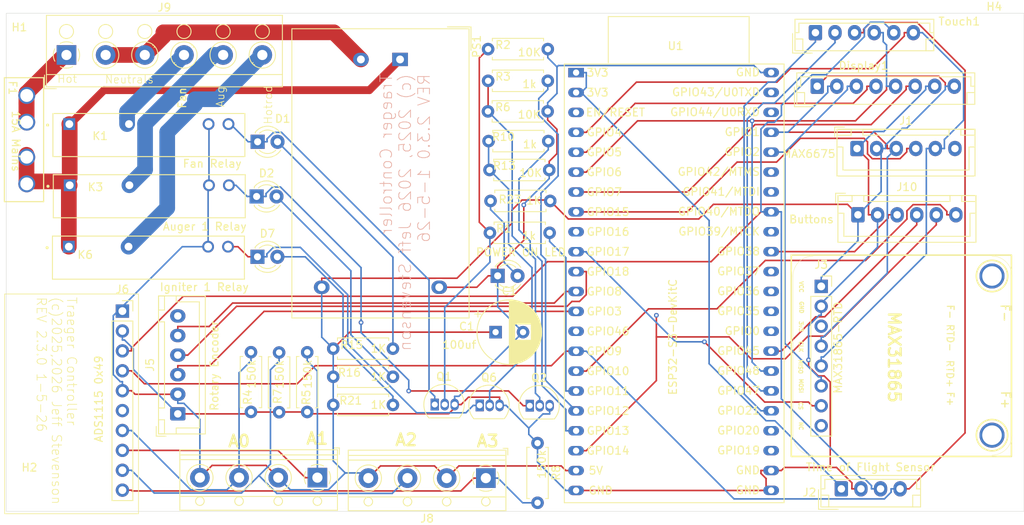
<source format=kicad_pcb>
(kicad_pcb (version 20240108) (generator "pcbnew") (generator_version "8.0")
  (layers (0 "F.Cu" signal) (31 "B.Cu" signal) (34 "B.Paste" user) (35 "F.Paste" user) (36 "B.SilkS" user "B.Silkscreen") (37 "F.SilkS" user "F.Silkscreen") (38 "B.Mask" user) (39 "F.Mask" user) (44 "Edge.Cuts" user))
  (net 0 "")
  (net 1 "PWR")
  (net 2 "FAN")
  (net 3 "GND")
  (net 4 "Net-(D1-K)")
  (net 5 "Net-(Q1-B)")
  (net 6 "Net-(D1-A)")
  (net 7 "Net-(Q2-B)")
  (net 8 "Net-(D2-A)")
  (net 9 "ADC1_A3")
  (net 10 "Net-(D2-K)")
  (net 11 "ADC1_A1")
  (net 13 "ADC1_A2")
  (net 14 "ADC1_A0")
  (net 15 "Net-(Q6-B)")
  (net 16 "AUG1")
  (net 17 "IGN1")
  (net 18 "R_AUG1")
  (net 19 "R_IGN1")
  (net 20 "Touch_T_IRQ")
  (net 21 "MOSI_SDI")
  (net 22 "CS_MAX6675")
  (net 23 "MISO_SDO")
  (net 25 "3V3")
  (net 26 "TEMP DOWN")
  (net 27 "POWER SW")
  (net 28 "SMOKE SW")
  (net 29 "TEMP UP")
  (net 31 "R_FANS")
  (net 32 "SDA")
  (net 33 "SCL")
  (net 34 "Touch_T_CS")
  (net 35 "Disp_SCK+Touch_CLK")
  (net 36 "Disp_D{slash}C")
  (net 37 "Disp_CS")
  (net 38 "Disp_RESET")
  (net 39 "MAX31865_CS")
  (net 41 "VCC")
  (net 42 "Net-(J9-Pin_1)")
  (net 45 "PWR-N")
  (net 47 "Net-(D7-K)")
  (net 48 "Net-(D7-A)")
  (net 56 "Rotarty - SW")
  (net 57 "Rotary pin_b")
  (net 58 "Rotary pin_a")
  (net 59 "Net-(D9-A)")
  (footprint "Resistor_THT:R_Axial_DIN0207_L6.3mm_D2.5mm_P7.62mm_Horizontal" (layer "F.Cu") (at 171.68 63.69)
    (property "Reference" "R6")
    (property "Value" "10K")
  )
  (footprint "MountingHole:MountingHole_3.2mm_M3" (layer "F.Cu") (at 113.12 111.64)
    (property "Reference" "H2")
    (property "Value" "MH")
  )
  (footprint "Fuse:Fuse Block 3544-2_KEYSTONE" (layer "F.Cu") (at 112.81 61.658 -90)
    (property "Reference" "F1")
    (property "Value" "15A Mains")
  )
  (footprint "LED_THT:LED_D3.0mm" (layer "F.Cu") (at 142.26 82.25)
    (property "Reference" "D7")
    (property "Value" "LED")
  )
  (footprint "LED_THT:LED_D3.0mm" (layer "F.Cu") (at 142.28 67.57)
    (property "Reference" "D1")
    (property "Value" "LED")
  )
  (footprint "Resistor_THT:R_Axial_DIN0207_L6.3mm_D2.5mm_P7.62mm_Horizontal" (layer "F.Cu") (at 179.63 75.12 180)
    (property "Reference" "R23")
    (property "Value" "1K")
  )
  (footprint "TerminalBlock_RND:TerminalBlock_RND_205-00014_1x04_P5.00mm_Horizontal" (layer "F.Cu") (at 149.91 110.44 180)
    (property "Reference" "J7" (hide yes))
    (property "Value" "Temp Sensors")
  )
  (footprint "PCM_Espressif:ESP32-S3-DevKitC" (layer "F.Cu") (at 182.93 58.74)
    (property "Reference" "U1")
    (property "Value" "ESP32-S3-DevKitC")
  )
  (footprint "Resistor_THT:R_Axial_DIN0207_L6.3mm_D2.5mm_P7.62mm_Horizontal" (layer "F.Cu") (at 151.93 97.565)
    (property "Reference" "R16")
    (property "Value" "1K")
  )
  (footprint "Connector_JST:JST_XH_B6B-XH-A_1x06_P2.50mm_Vertical" (layer "F.Cu") (at 132.09 102.3 90)
    (property "Reference" "J5")
    (property "Value" "Rotary Encoder")
  )
  (footprint "Connector_JST:JST_XH_B6B-XH-A_1x06_P2.50mm_Vertical" (layer "F.Cu") (at 218.79 68.43)
    (property "Reference" "J1")
    (property "Value" "MAX6675")
  )
  (footprint "Connector_PinSocket_2.54mm:PinSocket_1x10_P2.54mm_Vertical" (layer "F.Cu") (at 125.02 89.18)
    (property "Reference" "J6")
    (property "Value" "ADS1115 0x49")
  )
  (footprint "Relay_THT:RELAY_G3MB-202PDC5" (layer "F.Cu") (at 128.34 82.36)
    (property "Reference" "K6")
    (property "Value" "Igniter 1 Relay")
  )
  (footprint "MOUNTINGHOLE_2.5_PLATED" (layer "F.Cu") (at 236.02 105.0201 -90)
    (property "Reference" "U$19" (hide yes))
    (property "Value" "MOUNTINGHOLE2.5" (hide yes))
  )
  (footprint "Resistor_THT:R_Axial_DIN0207_L6.3mm_D2.5mm_P7.62mm_Horizontal" (layer "F.Cu") (at 141.43 102.05 90)
    (property "Reference" "R4" (hide yes))
    (property "Value" "150k")
  )
  (footprint "Resistor_THT:R_Axial_DIN0207_L6.3mm_D2.5mm_P7.62mm_Horizontal" (layer "F.Cu") (at 145.02 102.09 90)
    (property "Reference" "R7" (hide yes))
    (property "Value" "150k")
  )
  (footprint "Package_TO_SOT_THT:TO-92L_Inline" (layer "F.Cu") (at 170.627 101.22)
    (property "Reference" "Q6")
    (property "Value" "BC547")
  )
  (footprint "TerminalBlock_RND:TerminalBlock_RND_205-00005_1x06_P5.00mm_Horizontal" (layer "F.Cu") (at 117.88 56.49)
    (property "Reference" "J9")
    (property "Value" "Conn_01x06_Socket")
  )
  (footprint "MOUNTINGHOLE_2.5_PLATED" (layer "F.Cu") (at 236.02 84.7001 -90)
    (property "Reference" "U$18" (hide yes))
    (property "Value" "MOUNTINGHOLE2.5" (hide yes))
  )
  (footprint "Relay_THT:RELAY_G3MB-202PDC5" (layer "F.Cu") (at 128.45 74.52)
    (property "Reference" "K3")
    (property "Value" "Auger 1 Relay")
  )
  (footprint "Relay_THT:RELAY_G3MB-202PDC5" (layer "F.Cu") (at 128.4 66.71)
    (property "Reference" "K1")
    (property "Value" "Fan Relay")
  )
  (footprint "TerminalBlock_RND:TerminalBlock_RND_205-00014_1x04_P5.00mm_Horizontal" (layer "F.Cu") (at 171.41 110.5 180)
    (property "Reference" "J8")
    (property "Value" "Temp Sensors")
  )
  (footprint "Resistor_THT:R_Axial_DIN0207_L6.3mm_D2.5mm_P7.62mm_Horizontal" (layer "F.Cu") (at 171.7 55.74)
    (property "Reference" "R2")
    (property "Value" "10K")
  )
  (footprint "Connector_JST:JST_EH_B6B-EH-A_1x06_P2.50mm_Vertical" (layer "F.Cu") (at 213.48 53.64)
    (property "Reference" "Touch1")
    (property "Value" "Conn_01x06_Socket" (hide yes))
  )
  (footprint "LED_THT:LED_D3.0mm" (layer "F.Cu") (at 142.15 74.55)
    (property "Reference" "D2")
    (property "Value" "LED")
  )
  (footprint "Resistor_THT:R_Axial_DIN0207_L6.3mm_D2.5mm_P7.62mm_Horizontal" (layer "F.Cu") (at 151.93 101.155)
    (property "Reference" "R21")
    (property "Value" "1K")
  )
  (footprint "Resistor_THT:R_Axial_DIN0207_L6.3mm_D2.5mm_P7.62mm_Horizontal" (layer "F.Cu") (at 171.7 59.79)
    (property "Reference" "R3")
    (property "Value" "1k")
  )
  (footprint "Package_TO_SOT_THT:TO-92L_Inline" (layer "F.Cu") (at 177.017 101.26)
    (property "Reference" "Q2")
    (property "Value" "BC547")
  )
  (footprint "Connector_PinSocket_2.54mm:PinSocket_1x08_P2.54mm_Vertical" (layer "F.Cu") (at 214.22 86.03)
    (property "Reference" "J3")
    (property "Value" "MAX31865-RTD")
  )
  (footprint "Converter_ACDC:Converter_ACDC_Hi-Link_HLK-PMxx" (layer "F.Cu") (at 160.46 57.06 -90)
    (property "Reference" "PS1")
    (property "Value" "HLK-PM01" (hide yes))
  )
  (footprint "Package_TO_SOT_THT:TO-92L_Inline" (layer "F.Cu") (at 164.887 101.11)
    (property "Reference" "Q1")
    (property "Value" "BC547")
  )
  (footprint "Resistor_THT:R_Axial_DIN0207_L6.3mm_D2.5mm_P7.62mm_Horizontal" (layer "F.Cu") (at 178.01 106.03 -90)
    (property "Reference" "R8")
    (property "Value" "150k")
  )
  (footprint "MountingHole:MountingHole_3.2mm_M3" (layer "F.Cu") (at 112.87 55.05)
    (property "Reference" "H1")
    (property "Value" "MH")
  )
  (footprint "LED_THT:LED_D3.0mm" (layer "F.Cu") (at 172.92 84.68)
    (property "Reference" "D9" (hide yes))
    (property "Value" "POWER ON LED")
  )
  (footprint "Resistor_THT:R_Axial_DIN0207_L6.3mm_D2.5mm_P7.62mm_Horizontal" (layer "F.Cu") (at 171.76 67.48)
    (property "Reference" "R10")
    (property "Value" "1k")
  )
  (footprint "Resistor_THT:R_Axial_DIN0207_L6.3mm_D2.5mm_P7.62mm_Horizontal" (layer "F.Cu") (at 171.88 71.17)
    (property "Reference" "R13")
    (property "Value" "10K")
  )
  (footprint "Connector_JST:JST_EH_B8B-EH-A_1x08_P2.50mm_Vertical" (layer "F.Cu") (at 213.71 60.48)
    (property "Reference" "Display1")
    (property "Value" "Conn_01x08_Socket" (hide yes))
  )
  (footprint "Connector_JST:JST_EH_B4B-EH-A_1x04_P2.50mm_Vertical" (layer "F.Cu") (at 216.79 111.87)
    (property "Reference" "J2")
    (property "Value" "Time of Flight Sensor")
  )
  (footprint "Resistor_THT:R_Axial_DIN0207_L6.3mm_D2.5mm_P7.62mm_Horizontal" (layer "F.Cu") (at 151.93 93.975)
    (property "Reference" "R15")
    (property "Value" "1K")
  )
  (footprint "MountingHole:MountingHole_3.2mm_M3" (layer "F.Cu") (at 236.31 54.52)
    (property "Reference" "H4")
    (property "Value" "MH")
  )
  (footprint "MountingHole:MountingHole_3.2mm_M3" (layer "F.Cu") (at 236.64 111.53)
    (property "Reference" "H3" (hide yes))
    (property "Value" "MH" (hide yes))
  )
  (footprint "Resistor_THT:R_Axial_DIN0207_L6.3mm_D2.5mm_P7.62mm_Horizontal" (layer "F.Cu") (at 171.93 79.19)
    (property "Reference" "R1")
    (property "Value" "1k")
  )
  (footprint "Resistor_THT:R_Axial_DIN0207_L6.3mm_D2.5mm_P7.62mm_Horizontal" (layer "F.Cu") (at 148.61 102.06 90)
    (property "Reference" "R5" (hide yes))
    (property "Value" "150k")
  )
  (footprint "Connector_JST:JST_XH_B6B-XH-A_1x06_P2.50mm_Vertical" (layer "F.Cu") (at 218.91 76.89)
    (property "Reference" "J10")
    (property "Value" "Buttons")
  )
  (footprint "Capacitor_THT:CP_Radial_D8.0mm_P3.50mm" (layer "F.Cu") (at 172.6573 91.87)
    (property "Reference" "C1")
    (property "Value" "100uf")
  )
  (gr_rect (start 109.99 87) (end 127.07288 115.04288) (stroke (width 0.1)) (fill none) (layer "F.SilkS"))
  (gr_arc (start 238.560102 105.020102) (mid 237.816094 106.816094) (end 236.020102 107.560102) (stroke (width 0.05)) (layer "F.SilkS"))
  (gr_rect (start 210.399051 82.036153) (end 238.499051 107.736153) (stroke (width 0.2)) (fill none) (layer "F.SilkS"))
  (gr_arc (start 213.160102 107.560102) (mid 211.364019 106.816183) (end 210.620102 105.020102) (stroke (width 0.05)) (layer "F.SilkS"))
  (gr_arc (start 236.020102 82.160102) (mid 237.816122 82.904081) (end 238.560102 84.700102) (stroke (width 0.05)) (layer "F.SilkS"))
  (gr_line (start 210.620102 84.700102) (end 210.620102 105.020102) (stroke (width 0.05)) (layer "F.SilkS"))
  (gr_arc (start 210.620102 84.700102) (mid 211.364021 82.904021) (end 213.160102 82.160102) (stroke (width 0.05)) (layer "F.SilkS"))
  (gr_line (start 238.560102 105.020102) (end 238.560102 84.700102) (stroke (width 0.05)) (layer "F.SilkS"))
  (gr_rect (start 110.2 51.16) (end 240.1 114.75) (stroke (width 0.05)) (fill none) (layer "Edge.Cuts"))
  (gr_text "Traeger Controller\n(c) 2025, 2026 Jeff Stevenson\nREV 2.3.0 1-5-26" (at 164.4 58.82 90) (layer "B.SilkS") (effects (font (size 1.5 1.5) (thickness 0.1)) (justify left bottom mirror)))
  (gr_text "A2" (at 159.69 106.49 0) (layer "F.SilkS") (effects (font (size 1.5 1.5) (thickness 0.3) (bold yes)) (justify left bottom)))
  (gr_text "Neutrals" (at 122.72 60.2 0) (layer "F.SilkS") (effects (font (size 1 1) (thickness 0.1)) (justify left bottom)))
  (gr_text "3v3" (at 211.65 91.14 -90) (layer "F.SilkS") (effects (font (size 0.5 0.5) (thickness 0.125))))
  (gr_text "RTD+" (at 230.659051 97.186153 -90) (layer "F.SilkS") (effects (font (size 0.87376 0.87376) (thickness 0.14224))))
  (gr_text "Hotrod" (at 144.21 65.41 90) (layer "F.SilkS") (effects (font (size 1 1) (thickness 0.1)) (justify left bottom)))
  (gr_text "CLK" (at 211.636102 93.717102 -90) (layer "F.SilkS") (effects (font (size 0.5 0.5) (thickness 0.125))))
  (gr_text "RTD-" (at 230.689051 92.596153 -90) (layer "F.SilkS") (effects (font (size 0.87376 0.87376) (thickness 0.14224))))
  (gr_text "Aug" (at 138.11 63.22 90) (layer "F.SilkS") (effects (font (size 1 1) (thickness 0.1)) (justify left bottom)))
  (gr_text "MAX31865" (at 222.663702 89.069002 -90) (layer "F.SilkS") (effects (font (size 1.5 1.5) (thickness 0.3) (bold yes)) (justify left bottom)))
  (gr_text "NC" (at 211.643702 103.859002 -90) (layer "F.SilkS") (effects (font (size 0.5 0.5) (thickness 0.125))))
  (gr_text "Traeger Controller\n(c)2025,2026 Jeff Stevenson\nREV 2.3.0 1-5-26" (at 113.98 87.3 270) (layer "F.SilkS") (effects (font (size 1.2 1.2) (thickness 0.1)) (justify left bottom)))
  (gr_text "Hot" (at 116.64 60.12 0) (layer "F.SilkS") (effects (font (size 1 1) (thickness 0.1)) (justify left bottom)))
  (gr_text "CS" (at 211.593702 101.289002 -90) (layer "F.SilkS") (effects (font (size 0.5 0.5) (thickness 0.125))))
  (gr_text "F-" (at 230.709051 89.276153 -90) (layer "F.SilkS") (effects (font (size 0.8636 0.8636) (thickness 0.1524))))
  (gr_text "MOSI" (at 211.643702 98.729002 -90) (layer "F.SilkS") (effects (font (size 0.5 0.5) (thickness 0.125))))
  (gr_text "VCC" (at 211.673702 86.089002 -90) (layer "F.SilkS") (effects (font (size 0.5 0.5) (thickness 0.125))))
  (gr_text "F+" (at 237.743702 100.529002 -90) (layer "F.SilkS") (effects (font (size 1.0922 1.0922) (thickness 0.1778))))
  (gr_text "Fan" (at 133.24 63.41 90) (layer "F.SilkS") (effects (font (size 1 1)) (justify left bottom)))
  (gr_text "F+" (at 230.709051 100.396153 -90) (layer "F.SilkS") (effects (font (size 0.8636 0.8636) (thickness 0.1524))))
  (gr_text "A0" (at 138.36 106.66 0) (layer "F.SilkS") (effects (font (size 1.5 1.5) (thickness 0.3) (bold yes)) (justify left bottom)))
  (gr_text "MISO" (at 211.583702 96.279002 -90) (layer "F.SilkS") (effects (font (size 0.5 0.5) (thickness 0.125) (bold yes))))
  (gr_text "A1" (at 148.33 106.32 0) (layer "F.SilkS") (effects (font (size 1.5 1.5) (thickness 0.3) (bold yes)) (justify left bottom)))
  (gr_text "F-" (at 237.683702 89.439002 -90) (layer "F.SilkS") (effects (font (size 1.0922 1.0922) (thickness 0.1778))))
  (gr_text "GND" (at 211.7 88.71 -90) (layer "F.SilkS") (effects (font (size 0.5 0.5) (thickness 0.125))))
  (gr_text "A3" (at 170.09 106.65 0) (layer "F.SilkS") (effects (font (size 1.5 1.5) (thickness 0.3) (bold yes)) (justify left bottom)))
  (segment (start 122.67 60.98) (end 118.29 65.36) (width 1) (layer "F.Cu") (net 1))
  (segment (start 118.18 73.23) (end 118.29 73.12) (width 2) (layer "F.Cu") (net 1))
  (segment (start 160.46 57.06) (end 156.54 60.98) (width 1) (layer "F.Cu") (net 1))
  (segment (start 118.29 65.36) (end 118.29 72.144) (width 2) (layer "F.Cu") (net 1))
  (segment (start 113.118 72.632) (end 112.81 72.94) (width 0.2) (layer "F.Cu") (net 1))
  (segment (start 112.81 70.899) (end 112.81 69.534) (width 0.2) (layer "F.Cu") (net 1))
  (segment (start 117.802 72.632) (end 118.29 73.12) (width 0.2) (layer "F.Cu") (net 1))
  (segment (start 112.78 72.632) (end 117.802 72.632) (width 2) (layer "F.Cu") (net 1))
  (segment (start 118.18 80.96) (end 118.18 73.23) (width 2) (layer "F.Cu") (net 1))
  (segment (start 118.29 65.36) (end 118.24 65.31) (width 2) (layer "F.Cu") (net 1))
  (segment (start 112.78 69.226) (end 112.78 72.632) (width 2) (layer "F.Cu") (net 1))
  (segment (start 112.78 70.929) (end 112.81 70.899) (width 0.2) (layer "F.Cu") (net 1))
  (segment (start 118.29 72.144) (end 117.802 72.632) (width 2) (layer "F.Cu") (net 1))
  (segment (start 156.54 60.98) (end 122.67 60.98) (width 1) (layer "F.Cu") (net 1))
  (segment (start 125.614 64.533) (end 125.86 64.779) (width 0.2) (layer "B.Cu") (net 2))
  (segment (start 132.88 56.49) (end 125.614 63.756) (width 2) (layer "B.Cu") (net 2))
  (segment (start 125.86 64.779) (end 125.86 65.31) (width 0.2) (layer "B.Cu") (net 2))
  (segment (start 125.614 64.533) (end 125.614 65.31) (width 2) (layer "B.Cu") (net 2))
  (segment (start 125.614 63.756) (end 125.614 64.533) (width 2) (layer "B.Cu") (net 2))
  (segment (start 218.1383 111.87) (end 218.1383 111.1026) (width 0.2) (layer "F.Cu") (net 3))
  (segment (start 215.3725 109.1383) (end 215.3725 98.2295) (width 0.2) (layer "F.Cu") (net 3))
  (segment (start 179.5 71.17) (end 179.5 70.0683) (width 0.2) (layer "F.Cu") (net 3))
  (segment (start 179.3 63.69) (end 179.3 64.7917) (width 0.2) (layer "F.Cu") (net 3))
  (segment (start 215.3725 98.2295) (end 214.603 97.46) (width 0.2) (layer "F.Cu") (net 3))
  (segment (start 207.83 112.07) (end 207.1792 112.07) (width 0.2) (layer "F.Cu") (net 3))
  (segment (start 176.254 75.6353) (end 176.254 80.1443) (width 0.2) (layer "F.Cu") (net 3))
  (segment (start 213.8364 97.46) (end 212.607 96.2306) (width 0.2) (layer "F.Cu") (net 3))
  (segment (start 214.603 97.46) (end 213.8364 97.46) (width 0.2) (layer "F.Cu") (net 3))
  (segment (start 182.9263 112.0773) (end 206.521 112.0773) (width 0.2) (layer "F.Cu") (net 3))
  (segment (start 207.83 109.53) (end 206.5283 109.53) (width 0.2) (layer "F.Cu") (net 3))
  (segment (start 167.8404 101.11) (end 166.6665 102.2839) (width 0.2) (layer "F.Cu") (net 3))
  (segment (start 145.02 102.0675) (end 141.4475 102.0675) (width 0.2) (layer "F.Cu") (net 3))
  (segment (start 176.254 80.1443) (end 172.92 83.4783) (width 0.2) (layer "F.Cu") (net 3))
  (segment (start 167.8404 101.11) (end 168.2537 101.11) (width 0.2) (layer "F.Cu") (net 3))
  (segment (start 172.92 84.68) (end 171.7183 84.68) (width 0.2) (layer "F.Cu") (net 3))
  (segment (start 170.2583 86.14) (end 171.7183 84.68) (width 0.2) (layer "F.Cu") (net 3))
  (segment (start 145.0275 102.06) (end 145.02 102.0675) (width 0.2) (layer "F.Cu") (net 3))
  (segment (start 148.61 102.06) (end 145.0275 102.06) (width 0.2) (layer "F.Cu") (net 3))
  (segment (start 209.5234 109.1383) (end 209.1317 109.53) (width 0.2) (layer "F.Cu") (net 3))
  (segment (start 206.5283 109.9035) (end 206.5283 109.53) (width 0.2) (layer "F.Cu") (net 3))
  (segment (start 168.2537 101.11) (end 169.1954 100.1683) (width 0.2) (layer "F.Cu") (net 3))
  (segment (start 212.607 96.2306) (end 212.607 95.4107) (width 0.2) (layer "F.Cu") (net 3))
  (segment (start 132.09 102.3) (end 141.18 102.3) (width 0.2) (layer "F.Cu") (net 3))
  (segment (start 148.8339 102.2839) (end 148.61 102.06) (width 0.2) (layer "F.Cu") (net 3))
  (segment (start 172.92 84.68) (end 172.92 83.4783) (width 0.2) (layer "F.Cu") (net 3))
  (segment (start 180.4837 65.9754) (end 179.3 64.7917) (width 0.2) (layer "F.Cu") (net 3))
  (segment (start 207.1791 110.5543) (end 206.5283 109.9035) (width 0.2) (layer "F.Cu") (net 3))
  (segment (start 141.18 102.3) (end 141.43 102.05) (width 0.2) (layer "F.Cu") (net 3))
  (segment (start 141.4475 102.0675) (end 141.43 102.05) (width 0.2) (layer "F.Cu") (net 3))
  (segment (start 218.1383 111.1026) (end 216.174 109.1383) (width 0.2) (layer "F.Cu") (net 3))
  (segment (start 207.1792 112.07) (end 207.1792 110.5543) (width 0.2) (layer "F.Cu") (net 3))
  (segment (start 165.46 86.14) (end 170.2583 86.14) (width 0.2) (layer "F.Cu") (net 3))
  (segment (start 206.521 112.0773) (end 206.5283 112.07) (width 0.2) (layer "F.Cu") (net 3))
  (segment (start 207.1792 110.5543) (end 207.1791 110.5543) (width 0.2) (layer "F.Cu") (net 3))
  (segment (start 221.41 76.89) (end 220.2583 76.89) (width 0.2) (layer "F.Cu") (net 3))
  (segment (start 179.5 70.0683) (end 180.4837 69.0846) (width 0.2) (layer "F.Cu") (net 3))
  (segment (start 215.3725 109.1383) (end 209.5234 109.1383) (width 0.2) (layer "F.Cu") (net 3))
  (segment (start 166.6665 102.2839) (end 148.8339 102.2839) (width 0.2) (layer "F.Cu") (net 3))
  (segment (start 218.79 68.43) (end 220.2583 69.8983) (width 0.2) (layer "F.Cu") (net 3))
  (segment (start 216.174 109.1383) (end 215.3725 109.1383) (width 0.2) (layer "F.Cu") (net 3))
  (segment (start 207.1792 112.07) (end 206.5283 112.07) (width 0.2) (layer "F.Cu") (net 3))
  (segment (start 173.167 101.22) (end 173.167 100.1683) (width 0.2) (layer "F.Cu") (net 3))
  (segment (start 145.02 102.0675) (end 145.02 102.09) (width 0.2) (layer "F.Cu") (net 3))
  (segment (start 169.1954 100.1683) (end 173.167 100.1683) (width 0.2) (layer "F.Cu") (net 3))
  (segment (start 219.29 111.87) (end 218.1383 111.87) (width 0.2) (layer "F.Cu") (net 3))
  (segment (start 220.2583 69.8983) (end 220.2583 76.89) (width 0.2) (layer "F.Cu") (net 3))
  (segment (start 167.427 101.11) (end 167.8404 101.11) (width 0.2) (layer "F.Cu") (net 3))
  (segment (start 207.83 109.53) (end 209.1317 109.53) (width 0.2) (layer "F.Cu") (net 3))
  (segment (start 180.4837 69.0846) (end 180.4837 65.9754) (width 0.2) (layer "F.Cu") (net 3))
  (via (at 212.607 95.4107) (size 0.6) (drill 0.3) (layers "F.Cu" "B.Cu") (net 3))
  (via (at 176.254 75.6353) (size 0.6) (drill 0.3) (layers "F.Cu" "B.Cu") (net 3))
  (segment (start 212.607 95.4107) (end 212.607 91.0662) (width 0.2) (layer "B.Cu") (net 3))
  (segment (start 176.254 75.6353) (end 176.254 75.5177) (width 0.2) (layer "B.Cu") (net 3))
  (segment (start 180.4911 58.0128) (end 180.6656 57.8383) (width 0.2) (layer "B.Cu") (net 3))
  (segment (start 221.41 81.0198) (end 214.4357 87.9941) (width 0.2) (layer "B.Cu") (net 3))
  (segment (start 179.3 62.5883) (end 180.4911 61.3972) (width 0.2) (layer "B.Cu") (net 3))
  (segment (start 212.607 91.0662) (end 213.9515 89.7217) (width 0.2) (layer "B.Cu") (net 3))
  (segment (start 173.167 101.22) (end 173.9937 101.22) (width 0.2) (layer "B.Cu") (net 3))
  (segment (start 179.557 101.26) (end 179.557 102.3117) (width 0.2) (layer "B.Cu") (net 3))
  (segment (start 172.92 84.68) (end 172.92 88.6327) (width 0.2) (layer "B.Cu") (net 3))
  (segment (start 176.891 104.1174) (end 176.8911 104.1173) (width 0.2) (layer "B.Cu") (net 3))
  (segment (start 179.32 55.74) (end 179.32 56.8417) (width 0.2) (layer "B.Cu") (net 3))
  (segment (start 220.961 66.259) (end 218.79 68.43) (width 0.2) (layer "B.Cu") (net 3))
  (segment (start 182.9263 112.0773) (end 181.6246 112.0773) (width 0.2) (layer "B.Cu") (net 3))
  (segment (start 214.22 88.57) (end 214.22 87.9941) (width 0.2) (layer "B.Cu") (net 3))
  (segment (start 227.5583 60.9119) (end 222.2112 66.259) (width 0.2) (layer "B.Cu") (net 3))
  (segment (start 207.83 58.73) (end 206.5283 58.73) (width 0.2) (layer "B.Cu") (net 3))
  (segment (start 221.41 76.89) (end 221.41 81.0198) (width 0.2) (layer "B.Cu") (net 3))
  (segment (start 176.8911 104.1173) (end 178.6967 102.3117) (width 0.2) (layer "B.Cu") (net 3))
  (segment (start 178.01 106.03) (end 178.01 108.4627) (width 0.2) (layer "B.Cu") (net 3))
  (segment (start 227.5583 60.48) (end 227.5583 60.9119) (width 0.2) (layer "B.Cu") (net 3))
  (segment (start 176.8911 104.1173) (end 173.9937 101.22) (width 0.2) (layer "B.Cu") (net 3))
  (segment (start 176.891 104.911) (end 176.891 104.1174) (width 0.2) (layer "B.Cu") (net 3))
  (segment (start 214.4357 87.9941) (end 214.22 87.9941) (width 0.2) (layer "B.Cu") (net 3))
  (segment (start 126.4098 93.993) (end 125.2885 92.8717) (width 0.2) (layer "B.Cu") (net 3))
  (segment (start 125.02 91.72) (end 125.02 92.8717) (width 0.2) (layer "B.Cu") (net 3))
  (segment (start 126.4098 96.6198) (end 126.4098 93.993) (width 0.2) (layer "B.Cu") (net 3))
  (segment (start 179.5 71.17) (end 179.5 72.2717) (width 0.2) (layer "B.Cu") (net 3))
  (segment (start 222.2112 66.259) (end 220.961 66.259) (width 0.2) (layer "B.Cu") (net 3))
  (segment (start 167.969 100.0583) (end 167.427 100.0583) (width 0.2) (layer "B.Cu") (net 3))
  (segment (start 213.9515 89.7217) (end 214.22 89.7217) (width 0.2) (layer "B.Cu") (net 3))
  (segment (start 178.6967 102.3117) (end 179.557 102.3117) (width 0.2) (layer "B.Cu") (net 3))
  (segment (start 176.254 75.5177) (end 179.5 72.2717) (width 0.2) (layer "B.Cu") (net 3))
  (segment (start 125.2885 92.8717) (end 125.02 92.8717) (width 0.2) (layer "B.Cu") (net 3))
  (segment (start 167.427 101.11) (end 167.427 100.0583) (width 0.2) (layer "B.Cu") (net 3))
  (segment (start 179.3 63.69) (end 179.3 62.5883) (width 0.2) (layer "B.Cu") (net 3))
  (segment (start 176.1573 91.87) (end 167.969 100.0583) (width 0.2) (layer "B.Cu") (net 3))
  (segment (start 228.71 60.48) (end 227.5583 60.48) (width 0.2) (layer "B.Cu") (net 3))
  (segment (start 180.4911 61.3972) (end 180.4911 58.0128) (width 0.2) (layer "B.Cu") (net 3))
  (segment (start 180.6656 57.8383) (end 205.6366 57.8383) (width 0.2) (layer "B.Cu") (net 3))
  (segment (start 178.01 108.4627) (end 181.6246 112.0773) (width 0.2) (layer "B.Cu") (net 3))
  (segment (start 214.22 88.57) (end 214.22 89.7217) (width 0.2) (layer "B.Cu") (net 3))
  (segment (start 132.09 102.3) (end 126.4098 96.6198) (width 0.2) (layer "B.Cu") (net 3))
  (segment (start 205.6366 57.8383) (end 206.5283 58.73) (width 0.2) (layer "B.Cu") (net 3))
  (segment (start 180.4911 58.0128) (end 179.32 56.8417) (width 0.2) (layer "B.Cu") (net 3))
  (segment (start 178.01 106.03) (end 176.891 104.911) (width 0.2) (layer "B.Cu") (net 3))
  (segment (start 172.92 88.6327) (end 176.1573 91.87) (width 0.2) (layer "B.Cu") (net 3))
  (segment (start 138.8183 65.31) (end 141.0783 67.57) (width 0.2) (layer "B.Cu") (net 4))
  (segment (start 164.1583 99.3296) (end 164.1583 85.199) (width 0.2) (layer "B.Cu") (net 4))
  (segment (start 145.3276 66.3683) (end 144.3078 66.3683) (width 0.2) (layer "B.Cu") (net 4))
  (segment (start 138.56 65.31) (end 138.8183 65.31) (width 0.2) (layer "B.Cu") (net 4))
  (segment (start 164.887 101.11) (end 164.887 100.0583) (width 0.2) (layer "B.Cu") (net 4))
  (segment (start 143.4817 67.1944) (end 143.4817 67.57) (width 0.2) (layer "B.Cu") (net 4))
  (segment (start 164.1583 85.199) (end 145.3276 66.3683) (width 0.2) (layer "B.Cu") (net 4))
  (segment (start 164.887 100.0583) (end 164.1583 99.3296) (width 0.2) (layer "B.Cu") (net 4))
  (segment (start 144.3078 66.3683) (end 143.4817 67.1944) (width 0.2) (layer "B.Cu") (net 4))
  (segment (start 142.28 67.57) (end 141.0783 67.57) (width 0.2) (layer "B.Cu") (net 4))
  (segment (start 142.28 67.57) (end 143.4817 67.57) (width 0.2) (layer "B.Cu") (net 4))
  (segment (start 170.5765 77.8365) (end 170.5765 56.8635) (width 0.2) (layer "F.Cu") (net 5))
  (segment (start 171.93 79.19) (end 170.5765 77.8365) (width 0.2) (layer "F.Cu") (net 5))
  (segment (start 170.5765 56.8635) (end 171.7 55.74) (width 0.2) (layer "F.Cu") (net 5))
  (segment (start 166.157 88.7139) (end 171.93 82.9409) (width 0.2) (layer "B.Cu") (net 5))
  (segment (start 166.157 101.11) (end 166.157 88.7139) (width 0.2) (layer "B.Cu") (net 5))
  (segment (start 171.93 82.9409) (end 171.93 79.19) (width 0.2) (layer "B.Cu") (net 5))
  (segment (start 159.55 82.3) (end 159.55 93.975) (width 0.2) (layer "B.Cu") (net 6))
  (segment (start 144.82 67.57) (end 159.55 82.3) (width 0.2) (layer "B.Cu") (net 6))
  (segment (start 171.68 63.69) (end 171.7 63.67) (width 0.2) (layer "F.Cu") (net 7))
  (segment (start 171.7 63.67) (end 171.7 59.79) (width 0.2) (layer "F.Cu") (net 7))
  (segment (start 178.287 100.2083) (end 177.7418 99.6631) (width 0.2) (layer "B.Cu") (net 7))
  (segment (start 177.7418 82.5527) (end 174.7716 79.5825) (width 0.2) (layer "B.Cu") (net 7))
  (segment (start 178.287 101.26) (end 178.287 100.2083) (width 0.2) (layer "B.Cu") (net 7))
  (segment (start 174.7716 66.7816) (end 171.68 63.69) (width 0.2) (layer "B.Cu") (net 7))
  (segment (start 177.7418 99.6631) (end 177.7418 82.5527) (width 0.2) (layer "B.Cu") (net 7))
  (segment (start 174.7716 79.5825) (end 174.7716 66.7816) (width 0.2) (layer "B.Cu") (net 7))
  (segment (start 154.1846 84.0446) (end 144.69 74.55) (width 0.2) (layer "B.Cu") (net 8))
  (segment (start 154.1846 92.1996) (end 154.1846 84.0446) (width 0.2) (layer "B.Cu") (net 8))
  (segment (start 159.55 97.565) (end 154.1846 92.1996) (width 0.2) (layer "B.Cu") (net 8))
  (segment (start 168.2209 112.1374) (end 126.2691 112.1374) (width 0.2) (layer "F.Cu") (net 9))
  (segment (start 125.02 112.04) (end 126.1717 112.04) (width 0.2) (layer "F.Cu") (net 9))
  (segment (start 126.2691 112.1374) (end 126.1717 112.04) (width 0.2) (layer "F.Cu") (net 9))
  (segment (start 169.8583 110.5) (end 168.2209 112.1374) (width 0.2) (layer "F.Cu") (net 9))
  (segment (start 171.41 110.5) (end 169.8583 110.5) (width 0.2) (layer "F.Cu") (net 9))
  (segment (start 171.41 110.5) (end 172.9617 110.5) (width 0.2) (layer "B.Cu") (net 9))
  (segment (start 178.01 113.65) (end 176.1117 113.65) (width 0.2) (layer "B.Cu") (net 9))
  (segment (start 176.1117 113.65) (end 172.9617 110.5) (width 0.2) (layer "B.Cu") (net 9))
  (segment (start 177.017 101.26) (end 176.1903 101.26) (width 0.2) (layer "F.Cu") (net 10))
  (segment (start 174.305 99.3747) (end 176.1903 101.26) (width 0.2) (layer "F.Cu") (net 10))
  (segment (start 161.568 99.3747) (end 174.305 99.3747) (width 0.2) (layer "F.Cu") (net 10))
  (via (at 155.481 90.6368) (size 0.6) (drill 0.3) (layers "F.Cu" "B.Cu") (net 10))
  (via (at 161.568 99.3747) (size 0.6) (drill 0.3) (layers "F.Cu" "B.Cu") (net 10))
  (segment (start 142.15 74.55) (end 143.3517 74.55) (width 0.2) (layer "B.Cu") (net 10))
  (segment (start 161.568 98.0078) (end 155.481 91.9208) (width 0.2) (layer "B.Cu") (net 10))
  (segment (start 155.481 83.6317) (end 145.1976 73.3483) (width 0.2) (layer "B.Cu") (net 10))
  (segment (start 138.61 73.12) (end 139.5183 73.12) (width 0.2) (layer "B.Cu") (net 10))
  (segment (start 155.481 90.6368) (end 155.481 83.6317) (width 0.2) (layer "B.Cu") (net 10))
  (segment (start 155.481 91.9208) (end 155.481 90.6368) (width 0.2) (layer "B.Cu") (net 10))
  (segment (start 161.568 99.3747) (end 161.568 98.0078) (width 0.2) (layer "B.Cu") (net 10))
  (segment (start 144.1778 73.3483) (end 143.3517 74.1744) (width 0.2) (layer "B.Cu") (net 10))
  (segment (start 139.5183 73.12) (end 140.9483 74.55) (width 0.2) (layer "B.Cu") (net 10))
  (segment (start 142.15 74.55) (end 140.9483 74.55) (width 0.2) (layer "B.Cu") (net 10))
  (segment (start 143.3517 74.1744) (end 143.3517 74.55) (width 0.2) (layer "B.Cu") (net 10))
  (segment (start 145.1976 73.3483) (end 144.1778 73.3483) (width 0.2) (layer "B.Cu") (net 10))
  (segment (start 148.3583 110.44) (end 144.8783 106.96) (width 0.2) (layer "F.Cu") (net 11))
  (segment (start 149.91 110.44) (end 148.3583 110.44) (width 0.2) (layer "F.Cu") (net 11))
  (segment (start 144.8783 106.96) (end 125.02 106.96) (width 0.2) (layer "F.Cu") (net 11))
  (segment (start 148.61 95.5417) (end 149.91 96.8417) (width 0.2) (layer "B.Cu") (net 11))
  (segment (start 148.61 94.44) (end 148.61 95.5417) (width 0.2) (layer "B.Cu") (net 11))
  (segment (start 149.91 110.44) (end 149.91 108.8883) (width 0.2) (layer "B.Cu") (net 11))
  (segment (start 149.91 96.8417) (end 149.91 108.8883) (width 0.2) (layer "B.Cu") (net 11))
  (segment (start 145.02 94.47) (end 145.02 95.5717) (width 0.2) (layer "B.Cu") (net 13))
  (segment (start 159.4573 112.4527) (end 161.41 110.5) (width 0.2) (layer "B.Cu") (net 13))
  (segment (start 143.9183 96.6734) (end 143.9183 108.7109) (width 0.2) (layer "B.Cu") (net 13))
  (segment (start 144.7274 112.4527) (end 159.4573 112.4527) (width 0.2) (layer "B.Cu") (net 13))
  (segment (start 140.2282 112.401) (end 129.0727 112.401) (width 0.2) (layer "B.Cu") (net 13))
  (segment (start 129.0727 112.401) (end 126.1717 109.5) (width 0.2) (layer "B.Cu") (net 13))
  (segment (start 145.02 95.5717) (end 143.9183 96.6734) (width 0.2) (layer "B.Cu") (net 13))
  (segment (start 125.02 109.5) (end 126.1717 109.5) (width 0.2) (layer "B.Cu") (net 13))
  (segment (start 142.452 110.1772) (end 144.7274 112.4527) (width 0.2) (layer "B.Cu") (net 13))
  (segment (start 143.9183 108.7109) (end 142.452 110.1772) (width 0.2) (layer "B.Cu") (net 13))
  (segment (start 142.452 110.1772) (end 140.2282 112.401) (width 0.2) (layer "B.Cu") (net 13))
  (segment (start 139.91 110.44) (end 138.3577 111.9923) (width 0.2) (layer "B.Cu") (net 14))
  (segment (start 133.744 111.9923) (end 126.1717 104.42) (width 0.2) (layer "B.Cu") (net 14))
  (segment (start 125.02 104.42) (end 126.1717 104.42) (width 0.2) (layer "B.Cu") (net 14))
  (segment (start 139.91 97.0517) (end 139.91 110.44) (width 0.2) (layer "B.Cu") (net 14))
  (segment (start 141.43 95.5317) (end 139.91 97.0517) (width 0.2) (layer "B.Cu") (net 14))
  (segment (start 141.43 94.43) (end 141.43 95.5317) (width 0.2) (layer "B.Cu") (net 14))
  (segment (start 138.3577 111.9923) (end 133.744 111.9923) (width 0.2) (layer "B.Cu") (net 14))
  (segment (start 171.897 101.22) (end 171.897 99.3569) (width 0.2) (layer "B.Cu") (net 15))
  (segment (start 171.897 99.3569) (end 177.2996 93.9543) (width 0.2) (layer "B.Cu") (net 15))
  (segment (start 174.3154 80.6526) (end 174.3154 73.6054) (width 0.2) (layer "B.Cu") (net 15))
  (segment (start 177.2996 83.6368) (end 174.3154 80.6526) (width 0.2) (layer "B.Cu") (net 15))
  (segment (start 171.76 71.05) (end 171.76 67.48) (width 0.2) (layer "B.Cu") (net 15))
  (segment (start 177.2996 93.9543) (end 177.2996 83.6368) (width 0.2) (layer "B.Cu") (net 15))
  (segment (start 174.3154 73.6054) (end 171.88 71.17) (width 0.2) (layer "B.Cu") (net 15))
  (segment (start 171.88 71.17) (end 171.76 71.05) (width 0.2) (layer "B.Cu") (net 15))
  (segment (start 136.687 56.49) (end 127.914 65.2633) (width 2) (layer "B.Cu") (net 16))
  (segment (start 127.914 65.2633) (end 127.914 71.116) (width 2) (layer "B.Cu") (net 16))
  (segment (start 137.88 56.49) (end 136.687 56.49) (width 2) (layer "B.Cu") (net 16))
  (segment (start 127.914 71.116) (end 125.91 73.12) (width 2) (layer "B.Cu") (net 16))
  (segment (start 137.23 62.14) (end 134.29 62.14) (width 2) (layer "B.Cu") (net 17))
  (segment (start 142.88 56.49) (end 137.23 62.14) (width 2) (layer "B.Cu") (net 17))
  (segment (start 134.29 62.79) (end 130.74 66.34) (width 2) (layer "B.Cu") (net 17))
  (segment (start 134.29 62.14) (end 134.29 62.79) (width 2) (layer "B.Cu") (net 17))
  (segment (start 130.74 66.34) (end 130.74 76.02) (width 2) (layer "B.Cu") (net 17))
  (segment (start 130.74 76.02) (end 125.8 80.96) (width 2) (layer "B.Cu") (net 17))
  (segment (start 180.6337 71.932) (end 178.4478 74.1179) (width 0.2) (layer "B.Cu") (net 18))
  (segment (start 179.32 59.79) (end 179.32 60.8917) (width 0.2) (layer "B.Cu") (net 18))
  (segment (start 179.0341 82.5676) (end 179.0341 98.0241) (width 0.2) (layer "B.Cu") (net 18))
  (segment (start 178.4478 74.1179) (end 178.4478 81.9813) (width 0.2) (layer "B.Cu") (net 18))
  (segment (start 179.0341 98.0241) (end 182.93 101.92) (width 0.2) (layer "B.Cu") (net 18))
  (segment (start 178.1601 64.1445) (end 180.6337 66.6181) (width 0.2) (layer "B.Cu") (net 18))
  (segment (start 178.1601 62.0516) (end 178.1601 64.1445) (width 0.2) (layer "B.Cu") (net 18))
  (segment (start 180.6337 66.6181) (end 180.6337 71.932) (width 0.2) (layer "B.Cu") (net 18))
  (segment (start 179.32 60.8917) (end 178.1601 62.0516) (width 0.2) (layer "B.Cu") (net 18))
  (segment (start 178.4478 81.9813) (end 179.0341 82.5676) (width 0.2) (layer "B.Cu") (net 18))
  (segment (start 175.6431 78.8206) (end 175.6431 72.3186) (width 0.2) (layer "B.Cu") (net 19))
  (segment (start 182.93 104.46) (end 181.6283 104.46) (width 0.2) (layer "B.Cu") (net 19))
  (segment (start 181.6283 101.7419) (end 178.5767 98.6903) (width 0.2) (layer "B.Cu") (net 19))
  (segment (start 175.6431 72.3186) (end 179.38 68.5817) (width 0.2) (layer "B.Cu") (net 19))
  (segment (start 178.5767 98.6903) (end 178.5767 82.8196) (width 0.2) (layer "B.Cu") (net 19))
  (segment (start 177.075 81.3179) (end 177.075 80.2525) (width 0.2) (layer "B.Cu") (net 19))
  (segment (start 177.075 80.2525) (end 175.6431 78.8206) (width 0.2) (layer "B.Cu") (net 19))
  (segment (start 178.5767 82.8196) (end 177.075 81.3179) (width 0.2) (layer "B.Cu") (net 19))
  (segment (start 181.6283 104.46) (end 181.6283 101.7419) (width 0.2) (layer "B.Cu") (net 19))
  (segment (start 179.38 67.48) (end 179.38 68.5817) (width 0.2) (layer "B.Cu") (net 19))
  (segment (start 208.2727 62.624) (end 215.98 54.9167) (width 0.2) (layer "B.Cu") (net 20))
  (segment (start 206.5283 99.37) (end 204.7741 97.6158) (width 0.2) (layer "B.Cu") (net 20))
  (segment (start 204.7741 64.6616) (end 206.8117 62.624) (width 0.2) (layer "B.Cu") (net 20))
  (segment (start 204.7741 97.6158) (end 204.7741 64.6616) (width 0.2) (layer "B.Cu") (net 20))
  (segment (start 207.83 99.37) (end 206.5283 99.37) (width 0.2) (layer "B.Cu") (net 20))
  (segment (start 206.8117 62.624) (end 208.2727 62.624) (width 0.2) (layer "B.Cu") (net 20))
  (segment (start 215.98 53.64) (end 215.98 54.9167) (width 0.2) (layer "B.Cu") (net 20))
  (segment (start 209.5802 93.2965) (end 209.5802 68.89) (width 0.2) (layer "B.Cu") (net 21))
  (segment (start 218.71 60.48) (end 217.5583 60.48) (width 0.2) (layer "B.Cu") (net 21))
  (segment (start 217.5583 60.48) (end 217.5583 60.9119) (width 0.2) (layer "B.Cu") (net 21))
  (segment (start 217.5583 60.9119) (end 209.5802 68.89) (width 0.2) (layer "B.Cu") (net 21))
  (segment (start 213.862 97.5783) (end 209.5802 93.2965) (width 0.2) (layer "B.Cu") (net 21))
  (segment (start 209.5802 68.89) (end 207.83 68.89) (width 0.2) (layer "B.Cu") (net 21))
  (segment (start 214.22 97.5783) (end 213.862 97.5783) (width 0.2) (layer "B.Cu") (net 21))
  (segment (start 214.22 98.73) (end 214.22 97.5783) (width 0.2) (layer "B.Cu") (net 21))
  (segment (start 220.7464 69.7292) (end 220.1305 69.1133) (width 0.2) (layer "F.Cu") (net 22))
  (segment (start 208.5199 70.16) (end 203.4849 70.16) (width 0.2) (layer "F.Cu") (net 22))
  (segment (start 197.1249 76.52) (end 184.2317 76.52) (width 0.2) (layer "F.Cu") (net 22))
  (segment (start 203.4849 70.16) (end 197.1249 76.52) (width 0.2) (layer "F.Cu") (net 22))
  (segment (start 226.29 68.43) (end 225.1383 68.43) (width 0.2) (layer "F.Cu") (net 22))
  (segment (start 211.5481 67.1318) (end 208.5199 70.16) (width 0.2) (layer "F.Cu") (net 22))
  (segment (start 219.6831 67.1318) (end 211.5481 67.1318) (width 0.2) (layer "F.Cu") (net 22))
  (segment (start 220.1305 67.5792) (end 219.6831 67.1318) (width 0.2) (layer "F.Cu") (net 22))
  (segment (start 220.1305 69.1133) (end 220.1305 67.5792) (width 0.2) (layer "F.Cu") (net 22))
  (segment (start 182.93 76.52) (end 184.2317 76.52) (width 0.2) (layer "F.Cu") (net 22))
  (segment (start 225.1383 68.43) (end 225.1383 68.8619) (width 0.2) (layer "F.Cu") (net 22))
  (segment (start 224.271 69.7292) (end 220.7464 69.7292) (width 0.2) (layer "F.Cu") (net 22))
  (segment (start 225.1383 68.8619) (end 224.271 69.7292) (width 0.2) (layer "F.Cu") (net 22))
  (segment (start 225.98 53.64) (end 224.8283 53.64) (width 0.2) (layer "F.Cu") (net 23))
  (segment (start 182.93 66.36) (end 184.2317 66.36) (width 0.2) (layer "F.Cu") (net 23))
  (segment (start 190.6366 59.9551) (end 184.2317 66.36) (width 0.2) (layer "F.Cu") (net 23))
  (segment (start 210.28 58.2399) (end 208.5648 59.9551) (width 0.2) (layer "F.Cu") (net 23))
  (segment (start 208.5648 59.9551) (end 190.6366 59.9551) (width 0.2) (layer "F.Cu") (net 23))
  (segment (start 220.6603 58.2399) (end 210.28 58.2399) (width 0.2) (layer "F.Cu") (net 23))
  (segment (start 224.8283 54.0719) (end 220.6603 58.2399) (width 0.2) (layer "F.Cu") (net 23))
  (segment (start 224.8283 53.64) (end 224.8283 54.0719) (width 0.2) (layer "F.Cu") (net 23))
  (segment (start 214.22 96.19) (end 214.22 95.0383) (width 0.2) (layer "B.Cu") (net 23))
  (segment (start 214.5079 95.0383) (end 227.6383 81.9079) (width 0.2) (layer "B.Cu") (net 23))
  (segment (start 228.79 68.43) (end 229.9417 68.43) (width 0.2) (layer "B.Cu") (net 23))
  (segment (start 214.22 95.0383) (end 214.5079 95.0383) (width 0.2) (layer "B.Cu") (net 23))
  (segment (start 232.3926 64.8274) (end 229.9417 67.2783) (width 0.2) (layer "B.Cu") (net 23))
  (segment (start 229.9417 67.2783) (end 229.9417 68.43) (width 0.2) (layer "B.Cu") (net 23))
  (segment (start 227.6383 81.9079) (end 227.6383 68.43) (width 0.2) (layer "B.Cu") (net 23))
  (segment (start 225.98 53.64) (end 227.1317 53.64) (width 0.2) (layer "B.Cu") (net 23))
  (segment (start 232.3926 58.9009) (end 232.3926 64.8274) (width 0.2) (layer "B.Cu") (net 23))
  (segment (start 228.79 68.43) (end 227.6383 68.43) (width 0.2) (layer "B.Cu") (net 23))
  (segment (start 227.1317 53.64) (end 232.3926 58.9009) (width 0.2) (layer "B.Cu") (net 23))
  (segment (start 216.79 111.6621) (end 216.79 111.87) (width 0.2) (layer "B.Cu") (net 25))
  (segment (start 183.5809 61.28) (end 184.2317 60.6292) (width 0.2) (layer "B.Cu") (net 25))
  (segment (start 183.5809 61.28) (end 199.9107 77.6098) (width 0.2) (layer "B.Cu") (net 25))
  (segment (start 184.2317 60.6292) (end 184.2317 58.74) (width 0.2) (layer "B.Cu") (net 25))
  (segment (start 208.3079 103.18) (end 216.79 111.6621) (width 0.2) (layer "B.Cu") (net 25))
  (segment (start 199.9107 77.6098) (end 199.9107 95.899) (width 0.2) (layer "B.Cu") (net 25))
  (segment (start 207.1917 103.18) (end 208.3079 103.18) (width 0.2) (layer "B.Cu") (net 25))
  (segment (start 199.9107 95.899) (end 207.1917 103.18) (width 0.2) (layer "B.Cu") (net 25))
  (segment (start 182.93 58.74) (end 184.2317 58.74) (width 0.2) (layer "B.Cu") (net 25))
  (segment (start 182.93 61.28) (end 183.5809 61.28) (width 0.2) (layer "B.Cu") (net 25))
  (segment (start 218.4839 81.59) (end 209.1317 81.59) (width 0.2) (layer "F.Cu") (net 26))
  (segment (start 222.7583 76.89) (end 222.7583 77.3156) (width 0.2) (layer "F.Cu") (net 26))
  (segment (start 207.83 81.59) (end 209.1317 81.59) (width 0.2) (layer "F.Cu") (net 26))
  (segment (start 222.7583 77.3156) (end 218.4839 81.59) (width 0.2) (layer "F.Cu") (net 26))
  (segment (start 223.91 76.89) (end 222.7583 76.89) (width 0.2) (layer "F.Cu") (net 26))
  (segment (start 225.16 77.4365) (end 219.8781 82.7184) (width 0.2) (layer "F.Cu") (net 27))
  (segment (start 192.1756 88.8961) (end 184.2317 96.84) (width 0.2) (layer "F.Cu") (net 27))
  (segment (start 225.9481 75.5952) (end 225.16 76.3833) (width 0.2) (layer "F.Cu") (net 27))
  (segment (start 230.2583 76.4581) (end 229.3954 75.5952) (width 0.2) (layer "F.Cu") (net 27))
  (segment (start 231.41 76.89) (end 230.2583 76.89) (width 0.2) (layer "F.Cu") (net 27))
  (segment (start 225.16 76.3833) (end 225.16 77.4365) (width 0.2) (layer "F.Cu") (net 27))
  (segment (start 229.3954 75.5952) (end 225.9481 75.5952) (width 0.2) (layer "F.Cu") (net 27))
  (segment (start 219.8781 82.7184) (end 207.0816 82.7184) (width 0.2) (layer "F.Cu") (net 27))
  (segment (start 200.9039 88.8961) (end 192.1756 88.8961) (width 0.2) (layer "F.Cu") (net 27))
  (segment (start 230.2583 76.89) (end 230.2583 76.4581) (width 0.2) (layer "F.Cu") (net 27))
  (segment (start 182.93 96.84) (end 184.2317 96.84) (width 0.2) (layer "F.Cu") (net 27))
  (segment (start 207.0816 82.7184) (end 200.9039 88.8961) (width 0.2) (layer "F.Cu") (net 27))
  (segment (start 205.2624 95.2663) (end 209.649 95.2663) (width 0.2) (layer "F.Cu") (net 28))
  (segment (start 193.178 89.7146) (end 193.178 92.4768) (width 0.2) (layer "F.Cu") (net 28))
  (segment (start 209.649 95.2663) (end 212.5353 92.38) (width 0.2) (layer "F.Cu") (net 28))
  (segment (start 202.4729 92.4768) (end 205.2624 95.2663) (width 0.2) (layer "F.Cu") (net 28))
  (segment (start 182.9263 106.9973) (end 184.228 106.9973) (width 0.2) (layer "F.Cu") (net 28))
  (segment (start 193.178 98.0473) (end 184.228 106.9973) (width 0.2) (layer "F.Cu") (net 28))
  (segment (start 212.5353 92.38) (end 214.6967 92.38) (width 0.2) (layer "F.Cu") (net 28))
  (segment (start 193.178 92.4768) (end 202.4729 92.4768) (width 0.2) (layer "F.Cu") (net 28))
  (segment (start 193.178 92.4768) (end 193.178 98.0473) (width 0.2) (layer "F.Cu") (net 28))
  (segment (start 228.91 76.89) (end 228.91 78.1667) (width 0.2) (layer "F.Cu") (net 28))
  (segment (start 214.6967 92.38) (end 228.91 78.1667) (width 0.2) (layer "F.Cu") (net 28))
  (via (at 193.178 89.7146) (size 0.6) (drill 0.3) (layers "F.Cu" "B.Cu") (net 28))
  (segment (start 214.6667 89.91) (end 213.5117 89.91) (width 0.2) (layer "F.Cu") (net 29))
  (segment (start 207.83 94.29) (end 209.1317 94.29) (width 0.2) (layer "F.Cu") (net 29))
  (segment (start 213.5117 89.91) (end 209.1317 94.29) (width 0.2) (layer "F.Cu") (net 29))
  (segment (start 226.41 78.1667) (end 214.6667 89.91) (width 0.2) (layer "F.Cu") (net 29))
  (segment (start 226.41 76.89) (end 226.41 78.1667) (width 0.2) (layer "F.Cu") (net 29))
  (segment (start 179.55 79.19) (end 179.55 80.2917) (width 0.2) (layer "B.Cu") (net 31))
  (segment (start 181.6283 82.37) (end 179.55 80.2917) (width 0.2) (layer "B.Cu") (net 31))
  (segment (start 181.6283 99.38) (end 181.6283 82.37) (width 0.2) (layer "B.Cu") (net 31))
  (segment (start 182.93 99.38) (end 181.6283 99.38) (width 0.2) (layer "B.Cu") (net 31))
  (segment (start 220.4814 52.3584) (end 226.4848 52.3584) (width 0.2) (layer "F.Cu") (net 32))
  (segment (start 127.8316 98.4599) (end 126.1717 96.8) (width 0.2) (layer "F.Cu") (net 32))
  (segment (start 179.78 96.1483) (end 149.6406 96.1483) (width 0.2) (layer "F.Cu") (net 32))
  (segment (start 182.93 94.3) (end 181.6283 94.3) (width 0.2) (layer "F.Cu") (net 32))
  (segment (start 232.5768 58.4504) (end 232.5768 104.7349) (width 0.2) (layer "F.Cu") (net 32))
  (segment (start 224.29 111.87) (end 225.4417 111.87) (width 0.2) (layer "F.Cu") (net 32))
  (segment (start 125.02 96.8) (end 126.1717 96.8) (width 0.2) (layer "F.Cu") (net 32))
  (segment (start 149.6406 96.1483) (end 147.329 98.4599) (width 0.2) (layer "F.Cu") (net 32))
  (segment (start 226.4848 52.3584) (end 232.5768 58.4504) (width 0.2) (layer "F.Cu") (net 32))
  (segment (start 219.6317 53.2081) (end 220.4814 52.3584) (width 0.2) (layer "F.Cu") (net 32))
  (segment (start 232.5768 104.7349) (end 225.4417 111.87) (width 0.2) (layer "F.Cu") (net 32))
  (segment (start 219.6317 53.64) (end 219.6317 53.2081) (width 0.2) (layer "F.Cu") (net 32))
  (segment (start 181.6283 94.3) (end 179.78 96.1483) (width 0.2) (layer "F.Cu") (net 32))
  (segment (start 147.329 98.4599) (end 127.8316 98.4599) (width 0.2) (layer "F.Cu") (net 32))
  (segment (start 218.48 53.64) (end 219.6317 53.64) (width 0.2) (layer "F.Cu") (net 32))
  (segment (start 182.93 94.3) (end 184.2317 94.3) (width 0.2) (layer "B.Cu") (net 32))
  (segment (start 223.1383 111.87) (end 223.1383 112.3019) (width 0.2) (layer "B.Cu") (net 32))
  (segment (start 222.2847 113.1555) (end 203.0872 113.1555) (width 0.2) (layer "B.Cu") (net 32))
  (segment (start 203.0872 113.1555) (end 184.2317 94.3) (width 0.2) (layer "B.Cu") (net 32))
  (segment (start 224.29 111.87) (end 223.1383 111.87) (width 0.2) (layer "B.Cu") (net 32))
  (segment (start 223.1383 112.3019) (end 222.2847 113.1555) (width 0.2) (layer "B.Cu") (net 32))
  (segment (start 207.83 76.51) (end 206.5283 76.51) (width 0.2) (layer "F.Cu") (net 33))
  (segment (start 174.8483 87.2917) (end 132.782 87.2917) (width 0.2) (layer "F.Cu") (net 33))
  (segment (start 200.1683 82.87) (end 179.27 82.87) (width 0.2) (layer "F.Cu") (net 33))
  (segment (start 179.27 82.87) (end 174.8483 87.2917) (width 0.2) (layer "F.Cu") (net 33))
  (segment (start 126.1717 93.902) (end 126.1717 94.26) (width 0.2) (layer "F.Cu") (net 33))
  (segment (start 132.782 87.2917) (end 126.1717 93.902) (width 0.2) (layer "F.Cu") (net 33))
  (segment (start 206.5283 76.51) (end 200.1683 82.87) (width 0.2) (layer "F.Cu") (net 33))
  (segment (start 125.02 94.26) (end 126.1717 94.26) (width 0.2) (layer "F.Cu") (net 33))
  (segment (start 219.7671 110.5933) (end 219.3426 110.5933) (width 0.2) (layer "B.Cu") (net 33))
  (segment (start 219.73 54.1464) (end 214.8613 59.0151) (width 0.2) (layer "B.Cu") (net 33))
  (segment (start 219.3426 110.5933) (end 209.1317 100.3824) (width 0.2) (layer "B.Cu") (net 33))
  (segment (start 209.141 62.9252) (end 209.141 64.1824) (width 0.2) (layer "B.Cu") (net 33))
  (segment (start 214.8613 59.0151) (end 213.0511 59.0151) (width 0.2) (layer "B.Cu") (net 33))
  (segment (start 208.2434 65.08) (end 207.3866 65.08) (width 0.2) (layer "B.Cu") (net 33))
  (segment (start 220.4961 52.3112) (end 219.73 53.0773) (width 0.2) (layer "B.Cu") (net 33))
  (segment (start 207.83 76.51) (end 206.5283 76.51) (width 0.2) (layer "B.Cu") (net 33))
  (segment (start 207.3866 65.08) (end 206.5283 65.9383) (width 0.2) (layer "B.Cu") (net 33))
  (segment (start 219.73 53.0773) (end 219.73 54.1464) (width 0.2) (layer "B.Cu") (net 33))
  (segment (start 206.5283 65.9383) (end 206.5283 76.51) (width 0.2) (layer "B.Cu") (net 33))
  (segment (start 223.48 53.64) (end 222.1512 52.3112) (width 0.2) (layer "B.Cu") (net 33))
  (segment (start 213.0511 59.0151) (end 209.141 62.9252) (width 0.2) (layer "B.Cu") (net 33))
  (segment (start 221.79 111.87) (end 220.6383 111.87) (width 0.2) (layer "B.Cu") (net 33))
  (segment (start 220.6383 111.4645) (end 219.7671 110.5933) (width 0.2) (layer "B.Cu") (net 33))
  (segment (start 209.1317 100.3824) (end 209.1317 76.51) (width 0.2) (layer "B.Cu") (net 33))
  (segment (start 220.6383 111.87) (end 220.6383 111.4645) (width 0.2) (layer "B.Cu") (net 33))
  (segment (start 209.141 64.1824) (end 208.2434 65.08) (width 0.2) (layer "B.Cu") (net 33))
  (segment (start 222.1512 52.3112) (end 220.4961 52.3112) (width 0.2) (layer "B.Cu") (net 33))
  (segment (start 207.83 76.51) (end 209.1317 76.51) (width 0.2) (layer "B.Cu") (net 33))
  (segment (start 204.372 63.0199) (end 204.372 99.7537) (width 0.2) (layer "B.Cu") (net 34))
  (segment (start 208.3439 59.9551) (end 207.4368 59.9551) (width 0.2) (layer "B.Cu") (net 34))
  (segment (start 204.372 99.7537) (end 206.5283 101.91) (width 0.2) (layer "B.Cu") (net 34))
  (segment (start 213.48 54.819) (end 208.3439 59.9551) (width 0.2) (layer "B.Cu") (net 34))
  (segment (start 207.83 101.91) (end 206.5283 101.91) (width 0.2) (layer "B.Cu") (net 34))
  (segment (start 207.4368 59.9551) (end 204.372 63.0199) (width 0.2) (layer "B.Cu") (net 34))
  (segment (start 213.48 53.64) (end 213.48 54.819) (width 0.2) (layer "B.Cu") (net 34))
  (segment (start 223.79 68.43) (end 222.6383 68.43) (width 0.2) (layer "F.Cu") (net 35))
  (segment (start 222.6383 67.9981) (end 220.9902 66.35) (width 0.2) (layer "F.Cu") (net 35))
  (segment (start 220.9902 66.35) (end 207.83 66.35) (width 0.2) (layer "F.Cu") (net 35))
  (segment (start 222.6383 68.43) (end 222.6383 67.9981) (width 0.2) (layer "F.Cu") (net 35))
  (segment (start 214.22 93.65) (end 214.22 92.4983) (width 0.2) (layer "B.Cu") (net 35))
  (segment (start 214.4885 92.4983) (end 214.22 92.4983) (width 0.2) (layer "B.Cu") (net 35))
  (segment (start 215.0583 60.48) (end 215.0583 61.2718) (width 0.2) (layer "B.Cu") (net 35))
  (segment (start 216.21 60.48) (end 215.0583 60.48) (width 0.2) (layer "B.Cu") (net 35))
  (segment (start 223.79 68.43) (end 222.66 69.56) (width 0.2) (layer "B.Cu") (net 35))
  (segment (start 209.9801 66.35) (end 207.83 66.35) (width 0.2) (layer "B.Cu") (net 35))
  (segment (start 215.0583 61.2718) (end 209.9801 66.35) (width 0.2) (layer "B.Cu") (net 35))
  (segment (start 222.66 69.56) (end 222.66 84.3268) (width 0.2) (layer "B.Cu") (net 35))
  (segment (start 222.66 84.3268) (end 214.4885 92.4983) (width 0.2) (layer "B.Cu") (net 35))
  (segment (start 221.21 60.48) (end 220.0583 60.48) (width 0.2) (layer "F.Cu") (net 36))
  (segment (start 218.3037 62.6665) (end 220.0583 60.9119) (width 0.2) (layer "F.Cu") (net 36))
  (segment (start 190.4652 62.6665) (end 218.3037 62.6665) (width 0.2) (layer "F.Cu") (net 36))
  (segment (start 220.0583 60.9119) (end 220.0583 60.48) (width 0.2) (layer "F.Cu") (net 36))
  (segment (start 182.93 68.9) (end 184.2317 68.9) (width 0.2) (layer "F.Cu") (net 36))
  (segment (start 184.2317 68.9) (end 190.4652 62.6665) (width 0.2) (layer "F.Cu") (net 36))
  (segment (start 182.93 73.98) (end 184.2317 73.98) (width 0.2) (layer "F.Cu") (net 37))
  (segment (start 225.0583 60.9119) (end 220.596 65.3742) (width 0.2) (layer "F.Cu") (net 37))
  (segment (start 205.7712 65.3742) (end 197.1654 73.98) (width 0.2) (layer "F.Cu") (net 37))
  (segment (start 220.596 65.3742) (end 205.7712 65.3742) (width 0.2) (layer "F.Cu") (net 37))
  (segment (start 225.0583 60.48) (end 225.0583 60.9119) (width 0.2) (layer "F.Cu") (net 37))
  (segment (start 197.1654 73.98) (end 184.2317 73.98) (width 0.2) (layer "F.Cu") (net 37))
  (segment (start 226.21 60.48) (end 225.0583 60.48) (width 0.2) (layer "F.Cu") (net 37))
  (segment (start 222.5583 60.9317) (end 218.5916 64.8984) (width 0.2) (layer "F.Cu") (net 38))
  (segment (start 218.5916 64.8984) (end 205.396 64.8984) (width 0.2) (layer "F.Cu") (net 38))
  (segment (start 205.396 64.8984) (end 190.7733 64.8984) (width 0.2) (layer "F.Cu") (net 38))
  (segment (start 182.93 71.44) (end 184.2317 71.44) (width 0.2) (layer "F.Cu") (net 38))
  (segment (start 222.5583 60.48) (end 222.5583 60.9317) (width 0.2) (layer "F.Cu") (net 38))
  (segment (start 190.7733 64.8984) (end 184.2317 71.44) (width 0.2) (layer "F.Cu") (net 38))
  (segment (start 223.71 60.48) (end 222.5583 60.48) (width 0.2) (layer "F.Cu") (net 38))
  (via (at 205.396 64.8984) (size 0.6) (drill 0.3) (layers "F.Cu" "B.Cu") (net 38))
  (segment (start 223.71 60.48) (end 222.5583 60.48) (width 0.2) (layer "B.Cu") (net 38))
  (segment (start 205.396 95.6977) (end 206.5283 96.83) (width 0.2) (layer "B.Cu") (net 38))
  (segment (start 205.396 64.8984) (end 205.396 95.6977) (width 0.2) (layer "B.Cu") (net 38))
  (segment (start 207.83 96.83) (end 206.5283 96.83) (width 0.2) (layer "B.Cu") (net 38))
  (segment (start 222.5583 60.48) (end 222.5583 55.2183) (width 0.2) (layer "B.Cu") (net 38))
  (segment (start 222.1317 54.7917) (end 222.1317 53.64) (width 0.2) (layer "B.Cu") (net 38))
  (segment (start 222.5583 55.2183) (end 222.1317 54.7917) (width 0.2) (layer "B.Cu") (net 38))
  (segment (start 220.98 53.64) (end 222.1317 53.64) (width 0.2) (layer "B.Cu") (net 38))
  (segment (start 214.22 101.27) (end 213.0683 101.27) (width 0.2) (layer "F.Cu") (net 39))
  (segment (start 199.309 93.103) (end 206.9988 100.7928) (width 0.2) (layer "F.Cu") (net 39))
  (segment (start 212.5911 100.7928) (end 213.0683 101.27) (width 0.2) (layer "F.Cu") (net 39))
  (segment (start 206.9988 100.7928) (end 212.5911 100.7928) (width 0.2) (layer "F.Cu") (net 39))
  (via (at 199.309 93.103) (size 0.6) (drill 0.3) (layers "F.Cu" "B.Cu") (net 39))
  (segment (start 184.2317 81.6934) (end 184.2317 81.6) (width 0.2) (layer "B.Cu") (net 39))
  (segment (start 182.93 81.6) (end 184.2317 81.6) (width 0.2) (layer "B.Cu") (net 39))
  (segment (start 199.309 93.103) (end 195.6413 93.103) (width 0.2) (layer "B.Cu") (net 39))
  (segment (start 195.6413 93.103) (end 184.2317 81.6934) (width 0.2) (layer "B.Cu") (net 39))
  (segment (start 231.21 60.48) (end 230.0583 60.48) (width 0.2) (layer "F.Cu") (net 41))
  (segment (start 229.2128 59.2026) (end 214.9874 59.2026) (width 0.2) (layer "F.Cu") (net 41))
  (segment (start 150.46 84.9883) (end 167.7262 84.9883) (width 0.2) (layer "F.Cu") (net 41))
  (segment (start 151.93 93.975) (end 154.035 91.87) (width 0.2) (layer "F.Cu") (net 41))
  (segment (start 218.91 76.89) (end 217.574 75.554) (width 0.2) (layer "F.Cu") (net 41))
  (segment (start 136.4697 108.8803) (end 143.3503 108.8803) (width 0.2) (layer "F.Cu") (net 41))
  (segment (start 134.91 110.44) (end 136.4697 108.8803) (width 0.2) (layer "F.Cu") (net 41))
  (segment (start 217.574 75.554) (end 200.4596 75.554) (width 0.2) (layer "F.Cu") (net 41))
  (segment (start 214.9874 59.2026) (end 213.71 60.48) (width 0.2) (layer "F.Cu") (net 41))
  (segment (start 176.0277 75.0037) (end 179.5137 75.0037) (width 0.2) (layer "F.Cu") (net 41))
  (segment (start 174.7282 76.3032) (end 176.0277 75.0037) (width 0.2) (layer "F.Cu") (net 41))
  (segment (start 230.0583 60.48) (end 230.0583 60.0481) (width 0.2) (layer "F.Cu") (net 41))
  (segment (start 181.0356 108.9483) (end 181.6246 109.5373) (width 0.2) (layer "F.Cu") (net 41))
  (segment (start 230.0583 60.0481) (end 229.2128 59.2026) (width 0.2) (layer "F.Cu") (net 41))
  (segment (start 157.9617 108.9483) (end 156.41 110.5) (width 0.2) (layer "F.Cu") (net 41))
  (segment (start 150.46 86.14) (end 150.46 84.9883) (width 0.2) (layer "F.Cu") (net 41))
  (segment (start 125.02 99.34) (end 126.1717 99.34) (width 0.2) (layer "F.Cu") (net 41))
  (segment (start 200.4596 75.554) (end 198.5888 77.4248) (width 0.2) (layer "F.Cu") (net 41))
  (segment (start 182.9263 109.5373) (end 181.6246 109.5373) (width 0.2) (layer "F.Cu") (net 41))
  (segment (start 154.035 91.87) (end 172.6573 91.87) (width 0.2) (layer "F.Cu") (net 41))
  (segment (start 143.3503 108.8803) (end 144.91 110.44) (width 0.2) (layer "F.Cu") (net 41))
  (segment (start 167.9617 108.9483) (end 181.0356 108.9483) (width 0.2) (layer "F.Cu") (net 41))
  (segment (start 181.9348 77.4248) (end 179.63 75.12) (width 0.2) (layer "F.Cu") (net 41))
  (segment (start 167.7262 84.9883) (end 174.7282 77.9863) (width 0.2) (layer "F.Cu") (net 41))
  (segment (start 126.6317 99.8) (end 126.1717 99.34) (width 0.2) (layer "F.Cu") (net 41))
  (segment (start 198.5888 77.4248) (end 181.9348 77.4248) (width 0.2) (layer "F.Cu") (net 41))
  (segment (start 164.8583 108.9483) (end 157.9617 108.9483) (width 0.2) (layer "F.Cu") (net 41))
  (segment (start 132.09 99.8) (end 126.6317 99.8) (width 0.2) (layer "F.Cu") (net 41))
  (segment (start 174.7282 77.9863) (end 174.7282 76.3032) (width 0.2) (layer "F.Cu") (net 41))
  (segment (start 179.5137 75.0037) (end 179.63 75.12) (width 0.2) (layer "F.Cu") (net 41))
  (segment (start 166.41 110.5) (end 167.9617 108.9483) (width 0.2) (layer "F.Cu") (net 41))
  (segment (start 166.41 110.5) (end 164.8583 108.9483) (width 0.2) (layer "F.Cu") (net 41))
  (segment (start 146.4617 111.9917) (end 144.91 110.44) (width 0.2) (layer "B.Cu") (net 41))
  (segment (start 214.22 84.8783) (end 218.91 80.1883) (width 0.2) (layer "B.Cu") (net 41))
  (segment (start 125.02 88.6041) (end 132.6641 80.96) (width 0.2) (layer "B.Cu") (net 41))
  (segment (start 155.752 109.842) (end 156.41 110.5) (width 0.2) (layer "B.Cu") (net 41))
  (segment (start 225.1254 65.8448) (end 224.5752 65.8448) (width 0.2) (layer "B.Cu") (net 41))
  (segment (start 218.91 80.1883) (end 218.91 76.89) (width 0.2) (layer "B.Cu") (net 41))
  (segment (start 123.8575 97.2943) (end 123.8575 89.7666) (width 0.2) (layer "B.Cu") (net 41))
  (segment (start 132.09 99.8) (end 132.09 100.9517) (width 0.2) (layer "B.Cu") (net 41))
  (segment (start 132.8574 100.9517) (end 132.09 100.9517) (width 0.2) (layer "B.Cu") (net 41))
  (segment (start 125.02 89.18) (end 125.02 88.6041) (width 0.2) (layer "B.Cu") (net 41))
  (segment (start 136.02 65.31) (end 136.07 65.36) (width 0.2) (layer "B.Cu") (net 41))
  (segment (start 135.96 73.23) (end 136.07 73.12) (width 0.2) (layer "B.Cu") (net 41))
  (segment (start 123.8575 89.7666) (end 125.02 88.6041) (width 0.2) (layer "B.Cu") (net 41))
  (segment (start 125.02 98.1883) (end 124.7515 98.1883) (width 0.2) (layer "B.Cu") (net 41))
  (segment (start 221.8649 73.9351) (end 218.91 76.89) (width 0.2) (layer "B.Cu") (net 41))
  (segment (start 221.29 68.43) (end 221.8649 68.43) (width 0.2) (layer "B.Cu") (net 41))
  (segment (start 151.93 101.155) (end 151.93 108.307) (width 0.2) (layer "B.Cu") (net 41))
  (segment (start 221.8649 68.43) (end 222.4417 68.43) (width 0.2) (layer "B.Cu") (net 41))
  (segment (start 151.3153 111.9917) (end 146.4617 111.9917) (width 0.2) (layer "B.Cu") (net 41))
  (segment (start 151.93 93.975) (end 151.93 97.565) (width 0.2) (layer "B.Cu") (net 41))
  (segment (start 124.7515 98.1883) (end 123.8575 97.2943) (width 0.2) (layer "B.Cu") (net 41))
  (segment (start 136.07 65.36) (end 136.07 73.12) (width 0.2) (layer "B.Cu") (net 41))
  (segment (start 153.465 109.842) (end 151.3153 111.9917) (width 0.2) (layer "B.Cu") (net 41))
  (segment (start 230.0583 60.9119) (end 225.1254 65.8448) (width 0.2) (layer "B.Cu") (net 41))
  (segment (start 214.22 86.03) (end 214.22 84.8783) (width 0.2) (layer "B.Cu") (net 41))
  (segment (start 132.6641 80.96) (end 135.96 80.96) (width 0.2) (layer "B.Cu") (net 41))
  (segment (start 134.91 103.0043) (end 132.8574 100.9517) (width 0.2) (layer "B.Cu") (net 41))
  (segment (start 135.96 80.96) (end 135.96 73.23) (width 0.2) (layer "B.Cu") (net 41))
  (segment (start 221.8649 68.43) (end 221.8649 73.9351) (width 0.2) (layer "B.Cu") (net 41))
  (segment (start 222.4417 67.9783) (end 222.4417 68.43) (width 0.2) (layer "B.Cu") (net 41))
  (segment (start 224.5752 65.8448) (end 222.4417 67.9783) (width 0.2) (layer "B.Cu") (net 41))
  (segment (start 153.465 109.842) (end 155.752 109.842) (width 0.2) (layer "B.Cu") (net 41))
  (segment (start 125.02 99.34) (end 125.02 98.1883) (width 0.2) (layer "B.Cu") (net 41))
  (segment (start 230.0583 60.48) (end 230.0583 60.9119) (width 0.2) (layer "B.Cu") (net 41))
  (segment (start 151.93 97.565) (end 151.93 101.155) (width 0.2) (layer "B.Cu") (net 41))
  (segment (start 151.93 93.975) (end 150.46 92.505) (width 0.2) (layer "B.Cu") (net 41))
  (segment (start 231.21 60.48) (end 230.0583 60.48) (width 0.2) (layer "B.Cu") (net 41))
  (segment (start 134.91 110.44) (end 134.91 103.0043) (width 0.2) (layer "B.Cu") (net 41))
  (segment (start 150.46 92.505) (end 150.46 86.14) (width 0.2) (layer "B.Cu") (net 41))
  (segment (start 151.93 108.307) (end 153.465 109.842) (width 0.2) (layer "B.Cu") (net 41))
  (segment (start 117.88 56.49) (end 117.64 56.49) (width 2) (layer "F.Cu") (net 42))
  (segment (start 112.78 62.6272) (end 112.78 63.9045) (width 2) (layer "F.Cu") (net 42))
  (segment (start 112.81 63.9345) (end 112.81 65.064) (width 0.2) (layer "F.Cu") (net 42))
  (segment (start 112.78 63.9045) (end 112.78 64.756) (width 2) (layer "F.Cu") (net 42))
  (segment (start 112.78 62.6272) (end 112.81 62.5972) (width 0.2) (layer "F.Cu") (net 42))
  (segment (start 112.81 62.5972) (end 112.81 61.658) (width 0.2) (layer "F.Cu") (net 42))
  (segment (start 112.78 63.9045) (end 112.81 63.9345) (width 0.2) (layer "F.Cu") (net 42))
  (segment (start 112.78 61.35) (end 112.78 62.6272) (width 2) (layer "F.Cu") (net 42))
  (segment (start 117.64 56.49) (end 112.78 61.35) (width 2) (layer "F.Cu") (net 42))
  (segment (start 112.78 61.35) (end 112.78 64.756) (width 2) (layer "F.Cu") (net 42))
  (segment (start 127.88 56.49) (end 122.88 56.49) (width 2) (layer "F.Cu") (net 45))
  (segment (start 127.88 56.49) (end 130.26 54.11) (width 2) (layer "F.Cu") (net 45))
  (segment (start 152 53.6) (end 155.46 57.06) (width 2) (layer "F.Cu") (net 45))
  (segment (start 130.26 53.6) (end 152 53.6) (width 2) (layer "F.Cu") (net 45))
  (segment (start 130.26 54.11) (end 130.26 53.6) (width 2) (layer "F.Cu") (net 45))
  (segment (start 142.26 82.25) (end 141.0583 82.25) (width 0.2) (layer "F.Cu") (net 47))
  (segment (start 138.5 80.96) (end 139.7683 80.96) (width 0.2) (layer "F.Cu") (net 47))
  (segment (start 139.7683 80.96) (end 141.0583 82.25) (width 0.2) (layer "F.Cu") (net 47))
  (segment (start 153.7829 87.0969) (end 147.7343 81.0483) (width 0.2) (layer "B.Cu") (net 47))
  (segment (start 142.26 82.25) (end 143.4617 82.25) (width 0.2) (layer "B.Cu") (net 47))
  (segment (start 170.627 101.22) (end 169.8003 101.22) (width 0.2) (layer "B.Cu") (net 47))
  (segment (start 168.8585 102.1618) (end 162.5767 102.1618) (width 0.2) (layer "B.Cu") (net 47))
  (segment (start 153.7829 93.368) (end 153.7829 87.0969) (width 0.2) (layer "B.Cu") (net 47))
  (segment (start 169.8003 101.22) (end 168.8585 102.1618) (width 0.2) (layer "B.Cu") (net 47))
  (segment (start 144.2878 81.0483) (end 143.4617 81.8744) (width 0.2) (layer "B.Cu") (net 47))
  (segment (start 162.5767 102.1618) (end 153.7829 93.368) (width 0.2) (layer "B.Cu") (net 47))
  (segment (start 147.7343 81.0483) (end 144.2878 81.0483) (width 0.2) (layer "B.Cu") (net 47))
  (segment (start 143.4617 81.8744) (end 143.4617 82.25) (width 0.2) (layer "B.Cu") (net 47))
  (segment (start 153.1813 93.6846) (end 159.55 100.0533) (width 0.2) (layer "B.Cu") (net 48))
  (segment (start 144.8 82.25) (end 148.3573 82.25) (width 0.2) (layer "B.Cu") (net 48))
  (segment (start 148.3573 82.25) (end 153.1813 87.074) (width 0.2) (layer "B.Cu") (net 48))
  (segment (start 159.55 101.155) (end 159.55 100.0533) (width 0.2) (layer "B.Cu") (net 48))
  (segment (start 153.1813 87.074) (end 153.1813 93.6846) (width 0.2) (layer "B.Cu") (net 48))
  (segment (start 143.104 89.22) (end 136.1757 96.1483) (width 0.2) (layer "F.Cu") (net 56))
  (segment (start 136.1757 96.1483) (end 132.09 96.1483) (width 0.2) (layer "F.Cu") (net 56))
  (segment (start 181.6283 89.22) (end 143.104 89.22) (width 0.2) (layer "F.Cu") (net 56))
  (segment (start 132.09 97.3) (end 132.09 96.1483) (width 0.2) (layer "F.Cu") (net 56))
  (segment (start 182.93 89.22) (end 181.6283 89.22) (width 0.2) (layer "F.Cu") (net 56))
  (segment (start 180.1548 88.1535) (end 139.0849 88.1535) (width 0.2) (layer "F.Cu") (net 57))
  (segment (start 136.0901 91.1483) (end 132.09 91.1483) (width 0.2) (layer "F.Cu") (net 57))
  (segment (start 181.6283 86.68) (end 180.1548 88.1535) (width 0.2) (layer "F.Cu") (net 57))
  (segment (start 182.93 86.68) (end 181.6283 86.68) (width 0.2) (layer "F.Cu") (net 57))
  (segment (start 132.09 92.3) (end 132.09 91.1483) (width 0.2) (layer "F.Cu") (net 57))
  (segment (start 139.0849 88.1535) (end 136.0901 91.1483) (width 0.2) (layer "F.Cu") (net 57))
  (segment (start 132.09 94.8) (end 133.3667 94.8) (width 0.2) (layer "F.Cu") (net 58))
  (segment (start 183.3631 87.95) (end 184.2317 87.0814) (width 0.2) (layer "F.Cu") (net 58))
  (segment (start 184.2317 87.0814) (end 184.2317 84.14) (width 0.2) (layer "F.Cu") (net 58))
  (segment (start 133.3667 94.8) (end 139.5967 88.57) (width 0.2) (layer "F.Cu") (net 58))
  (segment (start 181.7798 88.57) (end 182.3998 87.95) (width 0.2) (layer "F.Cu") (net 58))
  (segment (start 182.3998 87.95) (end 183.3631 87.95) (width 0.2) (layer "F.Cu") (net 58))
  (segment (start 139.5967 88.57) (end 181.7798 88.57) (width 0.2) (layer "F.Cu") (net 58))
  (segment (start 182.93 84.14) (end 184.2317 84.14) (width 0.2) (layer "F.Cu") (net 58))
  (segment (start 173.7475 82.9675) (end 175.46 84.68) (width 0.2) (layer "B.Cu") (net 59))
  (segment (start 173.7475 77.9592) (end 173.7475 82.9675) (width 0.2) (layer "B.Cu") (net 59))
  (segment (start 172.01 76.2217) (end 173.7475 77.9592) (width 0.2) (layer "B.Cu") (net 59))
  (segment (start 172.01 75.12) (end 172.01 76.2217) (width 0.2) (layer "B.Cu") (net 59))
)
</source>
